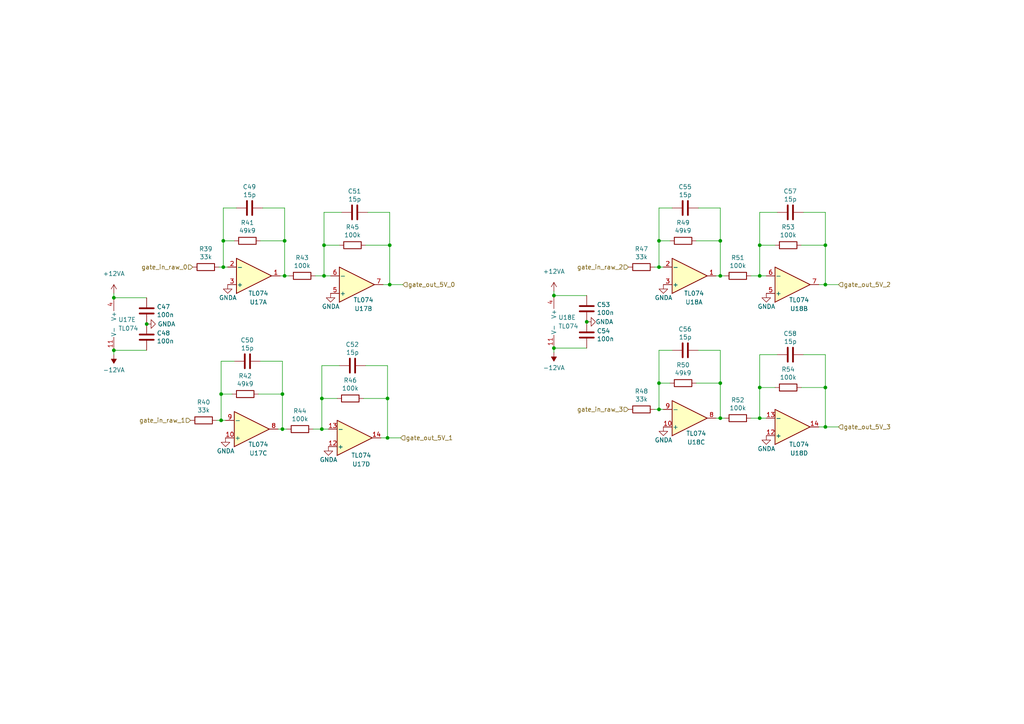
<source format=kicad_sch>
(kicad_sch (version 20211123) (generator eeschema)
  (paper "A4")
  (lib_symbols
    (symbol "Amplifier_Operational:TL074" (pin_names (offset 0.127))
      (property "Reference" "U" (at 0 5.08 0))
      (property "Value" "TL074" (at 0 -5.08 0))
      (symbol "TL074_1_1"
        (polyline (pts (xy -5.08 5.08) (xy 5.08 0) (xy -5.08 -5.08) (xy -5.08 5.08)) (stroke (width 0.254)) (fill (type background)))
        (pin output line (at 7.62 0 180) (length 2.54) (name "~") (number "1"))
        (pin input line (at -7.62 -2.54 0) (length 2.54) (name "-") (number "2"))
        (pin input line (at -7.62 2.54 0) (length 2.54) (name "+") (number "3"))
      )
      (symbol "TL074_2_1"
        (polyline (pts (xy -5.08 5.08) (xy 5.08 0) (xy -5.08 -5.08) (xy -5.08 5.08)) (stroke (width 0.254)) (fill (type background)))
        (pin input line (at -7.62 2.54 0) (length 2.54) (name "+") (number "5"))
        (pin input line (at -7.62 -2.54 0) (length 2.54) (name "-") (number "6"))
        (pin output line (at 7.62 0 180) (length 2.54) (name "~") (number "7"))
      )
      (symbol "TL074_3_1"
        (polyline (pts (xy -5.08 5.08) (xy 5.08 0) (xy -5.08 -5.08) (xy -5.08 5.08)) (stroke (width 0.254)) (fill (type background)))
        (pin input line (at -7.62 2.54 0) (length 2.54) (name "+") (number "10"))
        (pin output line (at 7.62 0 180) (length 2.54) (name "~") (number "8"))
        (pin input line (at -7.62 -2.54 0) (length 2.54) (name "-") (number "9"))
      )
      (symbol "TL074_4_1"
        (polyline (pts (xy -5.08 5.08) (xy 5.08 0) (xy -5.08 -5.08) (xy -5.08 5.08)) (stroke (width 0.254)) (fill (type background)))
        (pin input line (at -7.62 2.54 0) (length 2.54) (name "+") (number "12"))
        (pin input line (at -7.62 -2.54 0) (length 2.54) (name "-") (number "13"))
        (pin output line (at 7.62 0 180) (length 2.54) (name "~") (number "14"))
      )
      (symbol "TL074_5_1"
        (pin power_in line (at -2.54 -7.62 90) (length 3.81) (name "V-") (number "11"))
        (pin power_in line (at -2.54 7.62 270) (length 3.81) (name "V+") (number "4"))
      )
    )
    (symbol "Device:C" (pin_numbers hide) (pin_names (offset 0.254))
      (property "Reference" "C" (at 0.635 2.54 0))
      (property "Value" "C" (at 0.635 -2.54 0))
      (symbol "C_0_1"
        (polyline (pts (xy -2.032 -0.762) (xy 2.032 -0.762)) (stroke (width 0.508)))
        (polyline (pts (xy -2.032 0.762) (xy 2.032 0.762)) (stroke (width 0.508)))
      )
      (symbol "C_1_1"
        (pin passive line (at 0 3.81 270) (length 2.794) (name "~") (number "1"))
        (pin passive line (at 0 -3.81 90) (length 2.794) (name "~") (number "2"))
      )
    )
    (symbol "Device:R" (pin_numbers hide) (pin_names (offset 0))
      (property "Reference" "R" (at 2.032 0 90))
      (property "Value" "R" (at 0 0 90))
      (symbol "R_0_1"
        (rectangle (start -1.016 -2.54) (end 1.016 2.54) (stroke (width 0.254)))
      )
      (symbol "R_1_1"
        (pin passive line (at 0 3.81 270) (length 1.27) (name "~") (number "1"))
        (pin passive line (at 0 -3.81 90) (length 1.27) (name "~") (number "2"))
      )
    )
    (symbol "power:+12VA" (power) (pin_names (offset 0))
      (property "Value" "+12VA" (at 0 3.556 0))
      (symbol "+12VA_0_1"
        (polyline (pts (xy -0.762 1.27) (xy 0 2.54)))
        (polyline (pts (xy 0 0) (xy 0 2.54)))
        (polyline (pts (xy 0 2.54) (xy 0.762 1.27)))
      )
      (symbol "+12VA_1_1"
        (pin power_in line (at 0 0 90) (length 0) hide (name "+12VA") (number "1"))
      )
    )
    (symbol "power:-12VA" (power) (pin_names (offset 0))
      (property "Value" "-12VA" (at 0 3.556 0))
      (symbol "-12VA_0_0"
        (pin power_in line (at 0 0 90) (length 0) hide (name "-12VA") (number "1"))
      )
      (symbol "-12VA_0_1"
        (polyline (pts (xy 0 0) (xy 0 1.27) (xy 0.762 1.27) (xy 0 2.54) (xy -0.762 1.27) (xy 0 1.27)) (fill (type outline)))
      )
    )
    (symbol "power:GNDA" (power) (pin_names (offset 0))
      (property "Value" "GNDA" (at 0 -3.81 0))
      (symbol "GNDA_0_1"
        (polyline (pts (xy 0 0) (xy 0 -1.27) (xy 1.27 -1.27) (xy 0 -2.54) (xy -1.27 -1.27) (xy 0 -1.27)))
      )
      (symbol "GNDA_1_1"
        (pin power_in line (at 0 0 270) (length 0) hide (name "GNDA") (number "1"))
      )
    )
  )
  (junction (at 220.345 71.12))
  (junction (at 220.345 112.395))
  (junction (at 220.345 121.285))
  (junction (at 191.135 69.85))
  (junction (at 112.395 127))
  (junction (at 93.345 124.46))
  (junction (at 113.03 82.55))
  (junction (at 160.655 100.965))
  (junction (at 239.395 112.395))
  (junction (at 81.915 124.46))
  (junction (at 208.915 121.285))
  (junction (at 64.135 114.3))
  (junction (at 93.345 115.57))
  (junction (at 239.395 82.55))
  (junction (at 239.395 123.825))
  (junction (at 82.55 69.85))
  (junction (at 33.02 101.6))
  (junction (at 64.77 69.85))
  (junction (at 81.915 114.3))
  (junction (at 208.915 69.85))
  (junction (at 93.98 71.12))
  (junction (at 239.395 71.12))
  (junction (at 208.915 111.125))
  (junction (at 33.02 86.36))
  (junction (at 82.55 80.01))
  (junction (at 93.98 80.01))
  (junction (at 113.03 71.12))
  (junction (at 191.135 111.125))
  (junction (at 64.77 77.47))
  (junction (at 64.135 121.92))
  (junction (at 208.915 80.01))
  (junction (at 191.135 77.47))
  (junction (at 112.395 115.57))
  (junction (at 42.545 93.98))
  (junction (at 170.18 93.345))
  (junction (at 220.345 80.01))
  (junction (at 191.135 118.745))
  (junction (at 160.655 85.725))
  (wire (pts (xy 62.865 121.92) (xy 64.135 121.92)))
  (wire (pts (xy 208.915 60.325) (xy 208.915 69.85)))
  (wire (pts (xy 64.135 121.92) (xy 65.405 121.92)))
  (wire (pts (xy 194.945 101.6) (xy 191.135 101.6)))
  (wire (pts (xy 81.915 124.46) (xy 83.185 124.46)))
  (wire (pts (xy 208.915 121.285) (xy 207.645 121.285)))
  (wire (pts (xy 93.345 106.045) (xy 93.345 115.57)))
  (wire (pts (xy 191.135 101.6) (xy 191.135 111.125)))
  (wire (pts (xy 170.18 100.965) (xy 160.655 100.965)))
  (wire (pts (xy 81.915 114.3) (xy 81.915 124.46)))
  (wire (pts (xy 82.55 60.325) (xy 82.55 69.85)))
  (wire (pts (xy 93.345 115.57) (xy 97.79 115.57)))
  (wire (pts (xy 106.68 61.595) (xy 113.03 61.595)))
  (wire (pts (xy 208.915 121.285) (xy 210.185 121.285)))
  (wire (pts (xy 93.98 71.12) (xy 98.425 71.12)))
  (wire (pts (xy 189.865 77.47) (xy 191.135 77.47)))
  (wire (pts (xy 64.77 77.47) (xy 64.77 69.85)))
  (wire (pts (xy 239.395 102.87) (xy 239.395 112.395)))
  (wire (pts (xy 225.425 61.595) (xy 220.345 61.595)))
  (wire (pts (xy 105.41 115.57) (xy 112.395 115.57)))
  (wire (pts (xy 75.565 104.775) (xy 81.915 104.775)))
  (wire (pts (xy 33.02 85.09) (xy 33.02 86.36)))
  (wire (pts (xy 220.345 102.87) (xy 220.345 112.395)))
  (wire (pts (xy 220.345 112.395) (xy 224.79 112.395)))
  (wire (pts (xy 208.915 80.01) (xy 207.645 80.01)))
  (wire (pts (xy 106.045 71.12) (xy 113.03 71.12)))
  (wire (pts (xy 208.915 111.125) (xy 208.915 121.285)))
  (wire (pts (xy 82.55 69.85) (xy 82.55 80.01)))
  (wire (pts (xy 220.345 71.12) (xy 220.345 80.01)))
  (wire (pts (xy 191.135 77.47) (xy 191.135 69.85)))
  (wire (pts (xy 220.345 71.12) (xy 224.79 71.12)))
  (wire (pts (xy 233.045 102.87) (xy 239.395 102.87)))
  (wire (pts (xy 220.345 121.285) (xy 222.25 121.285)))
  (wire (pts (xy 232.41 71.12) (xy 239.395 71.12)))
  (wire (pts (xy 239.395 112.395) (xy 239.395 123.825)))
  (wire (pts (xy 93.98 61.595) (xy 93.98 71.12)))
  (wire (pts (xy 113.03 61.595) (xy 113.03 71.12)))
  (wire (pts (xy 239.395 123.825) (xy 243.205 123.825)))
  (wire (pts (xy 64.77 60.325) (xy 64.77 69.85)))
  (wire (pts (xy 33.02 102.87) (xy 33.02 101.6)))
  (wire (pts (xy 91.44 80.01) (xy 93.98 80.01)))
  (wire (pts (xy 74.93 114.3) (xy 81.915 114.3)))
  (wire (pts (xy 112.395 127) (xy 110.49 127)))
  (wire (pts (xy 191.135 69.85) (xy 194.31 69.85)))
  (wire (pts (xy 76.2 60.325) (xy 82.55 60.325)))
  (wire (pts (xy 208.915 101.6) (xy 208.915 111.125)))
  (wire (pts (xy 202.565 101.6) (xy 208.915 101.6)))
  (wire (pts (xy 113.03 82.55) (xy 116.84 82.55)))
  (wire (pts (xy 239.395 71.12) (xy 239.395 82.55)))
  (wire (pts (xy 220.345 61.595) (xy 220.345 71.12)))
  (wire (pts (xy 93.345 115.57) (xy 93.345 124.46)))
  (wire (pts (xy 112.395 127) (xy 116.205 127)))
  (wire (pts (xy 112.395 106.045) (xy 112.395 115.57)))
  (wire (pts (xy 64.77 69.85) (xy 67.945 69.85)))
  (wire (pts (xy 81.915 124.46) (xy 80.645 124.46)))
  (wire (pts (xy 160.655 102.235) (xy 160.655 100.965)))
  (wire (pts (xy 217.805 80.01) (xy 220.345 80.01)))
  (wire (pts (xy 201.93 111.125) (xy 208.915 111.125)))
  (wire (pts (xy 93.98 71.12) (xy 93.98 80.01)))
  (wire (pts (xy 64.135 104.775) (xy 64.135 114.3)))
  (wire (pts (xy 191.135 118.745) (xy 191.135 111.125)))
  (wire (pts (xy 113.03 82.55) (xy 111.125 82.55)))
  (wire (pts (xy 42.545 101.6) (xy 33.02 101.6)))
  (wire (pts (xy 64.77 77.47) (xy 66.04 77.47)))
  (wire (pts (xy 68.58 60.325) (xy 64.77 60.325)))
  (wire (pts (xy 64.135 121.92) (xy 64.135 114.3)))
  (wire (pts (xy 191.135 60.325) (xy 191.135 69.85)))
  (wire (pts (xy 220.345 112.395) (xy 220.345 121.285)))
  (wire (pts (xy 75.565 69.85) (xy 82.55 69.85)))
  (wire (pts (xy 90.805 124.46) (xy 93.345 124.46)))
  (wire (pts (xy 81.915 104.775) (xy 81.915 114.3)))
  (wire (pts (xy 63.5 77.47) (xy 64.77 77.47)))
  (wire (pts (xy 191.135 77.47) (xy 192.405 77.47)))
  (wire (pts (xy 93.345 124.46) (xy 95.25 124.46)))
  (wire (pts (xy 208.915 69.85) (xy 208.915 80.01)))
  (wire (pts (xy 67.945 104.775) (xy 64.135 104.775)))
  (wire (pts (xy 239.395 82.55) (xy 237.49 82.55)))
  (wire (pts (xy 99.06 61.595) (xy 93.98 61.595)))
  (wire (pts (xy 106.045 106.045) (xy 112.395 106.045)))
  (wire (pts (xy 239.395 82.55) (xy 243.205 82.55)))
  (wire (pts (xy 233.045 61.595) (xy 239.395 61.595)))
  (wire (pts (xy 217.805 121.285) (xy 220.345 121.285)))
  (wire (pts (xy 33.02 86.36) (xy 42.545 86.36)))
  (wire (pts (xy 112.395 115.57) (xy 112.395 127)))
  (wire (pts (xy 194.945 60.325) (xy 191.135 60.325)))
  (wire (pts (xy 239.395 61.595) (xy 239.395 71.12)))
  (wire (pts (xy 225.425 102.87) (xy 220.345 102.87)))
  (wire (pts (xy 98.425 106.045) (xy 93.345 106.045)))
  (wire (pts (xy 82.55 80.01) (xy 81.28 80.01)))
  (wire (pts (xy 82.55 80.01) (xy 83.82 80.01)))
  (wire (pts (xy 208.915 80.01) (xy 210.185 80.01)))
  (wire (pts (xy 232.41 112.395) (xy 239.395 112.395)))
  (wire (pts (xy 189.865 118.745) (xy 191.135 118.745)))
  (wire (pts (xy 191.135 118.745) (xy 192.405 118.745)))
  (wire (pts (xy 191.135 111.125) (xy 194.31 111.125)))
  (wire (pts (xy 201.93 69.85) (xy 208.915 69.85)))
  (wire (pts (xy 160.655 84.455) (xy 160.655 85.725)))
  (wire (pts (xy 239.395 123.825) (xy 237.49 123.825)))
  (wire (pts (xy 220.345 80.01) (xy 222.25 80.01)))
  (wire (pts (xy 64.135 114.3) (xy 67.31 114.3)))
  (wire (pts (xy 93.98 80.01) (xy 95.885 80.01)))
  (wire (pts (xy 202.565 60.325) (xy 208.915 60.325)))
  (wire (pts (xy 113.03 71.12) (xy 113.03 82.55)))
  (wire (pts (xy 160.655 85.725) (xy 170.18 85.725)))
  (hierarchical_label "gate_out_5V_2" (shape input) (at 243.205 82.55 0))
  (hierarchical_label "gate_out_5V_0" (shape input) (at 116.84 82.55 0))
  (hierarchical_label "gate_in_raw_3" (shape input) (at 182.245 118.745 180))
  (hierarchical_label "gate_in_raw_1" (shape input) (at 55.245 121.92 180))
  (hierarchical_label "gate_out_5V_3" (shape input) (at 243.205 123.825 0))
  (hierarchical_label "gate_in_raw_0" (shape input) (at 55.88 77.47 180))
  (hierarchical_label "gate_in_raw_2" (shape input) (at 182.245 77.47 180))
  (hierarchical_label "gate_out_5V_1" (shape input) (at 116.205 127 0))
  (symbol (lib_id "Device:C") (at 229.235 61.595 90) (unit 1)
    (property "Reference" "C57" (at 231.14 55.4736 90) (effects (justify left)))
    (property "Value" "15p" (at 231.14 57.785 90) (effects (justify left)))
    (property "Footprint" "Capacitor_SMD:C_0603_1608Metric" (effects hide))
    (property "LCSC" "C14663" (effects hide))
  )
  (symbol (lib_id "Device:C") (at 198.755 101.6 90) (unit 1)
    (property "Reference" "C56" (at 200.66 95.4786 90) (effects (justify left)))
    (property "Value" "15p" (at 200.66 97.79 90) (effects (justify left)))
    (property "Footprint" "Capacitor_SMD:C_0603_1608Metric" (effects hide))
    (property "LCSC" "C14663" (effects hide))
  )
  (symbol (lib_id "Device:R") (at 102.235 71.12 270) (unit 1)
    (property "Reference" "R45" (at 102.235 65.8622 90))
    (property "Value" "100k" (at 102.235 68.1736 90))
    (property "Footprint" "Resistor_SMD:R_0603_1608Metric" (effects hide))
    (property "LCSC" "C25804" (effects hide))
  )
  (symbol (lib_id "Device:R") (at 87.63 80.01 270) (unit 1)
    (property "Reference" "R43" (at 87.63 74.7522 90))
    (property "Value" "100k" (at 87.63 77.0636 90))
    (property "Footprint" "Resistor_SMD:R_0603_1608Metric" (effects hide))
    (property "LCSC" "C25804" (effects hide))
  )
  (symbol (lib_id "power:GNDA") (at 65.405 127 0) (mirror y) (unit 1)
    (property "Reference" "#PWR0145" (effects hide))
    (property "Value" "GNDA" (at 62.865 130.81 0) (effects (justify right)))
  )
  (symbol (lib_id "Amplifier_Operational:TL074") (at 73.66 80.01 0) (mirror x) (unit 1)
    (property "Reference" "U17" (at 74.93 87.63 0))
    (property "Value" "TL074" (at 74.93 85.09 0))
    (property "Footprint" "TL074HIDYYR:SOP50P326X110-14N" (effects hide))
    (property "Datasheet" "http://www.ti.com/lit/ds/symlink/tl071.pdf" (effects hide))
  )
  (symbol (lib_id "Device:R") (at 101.6 115.57 270) (unit 1)
    (property "Reference" "R46" (at 101.6 110.3122 90))
    (property "Value" "100k" (at 101.6 112.6236 90))
    (property "Footprint" "Resistor_SMD:R_0603_1608Metric" (effects hide))
    (property "LCSC" "C25804" (effects hide))
  )
  (symbol (lib_id "Device:R") (at 71.755 69.85 270) (unit 1)
    (property "Reference" "R41" (at 71.755 64.5922 90))
    (property "Value" "49k9" (at 71.755 66.9036 90))
    (property "Footprint" "Resistor_SMD:R_0603_1608Metric" (effects hide))
    (property "LCSC" "C25804" (effects hide))
  )
  (symbol (lib_id "Device:R") (at 213.995 121.285 270) (unit 1)
    (property "Reference" "R52" (at 213.995 116.0272 90))
    (property "Value" "100k" (at 213.995 118.3386 90))
    (property "Footprint" "Resistor_SMD:R_0603_1608Metric" (effects hide))
    (property "LCSC" "C25804" (effects hide))
  )
  (symbol (lib_id "power:GNDA") (at 192.405 82.55 0) (mirror y) (unit 1)
    (property "Reference" "#PWR0150" (effects hide))
    (property "Value" "GNDA" (at 189.865 86.36 0) (effects (justify right)))
  )
  (symbol (lib_id "power:GNDA") (at 95.885 85.09 0) (mirror y) (unit 1)
    (property "Reference" "#PWR0147" (effects hide))
    (property "Value" "GNDA" (at 93.345 88.9 0) (effects (justify right)))
  )
  (symbol (lib_id "Device:R") (at 71.12 114.3 270) (unit 1)
    (property "Reference" "R42" (at 71.12 109.0422 90))
    (property "Value" "49k9" (at 71.12 111.3536 90))
    (property "Footprint" "Resistor_SMD:R_0603_1608Metric" (effects hide))
    (property "LCSC" "C25804" (effects hide))
  )
  (symbol (lib_id "power:GNDA") (at 42.545 93.98 90) (mirror x) (unit 1)
    (property "Reference" "#PWR0141" (effects hide))
    (property "Value" "GNDA" (at 45.72 93.98 90) (effects (justify right)))
  )
  (symbol (lib_id "power:GNDA") (at 170.18 93.345 90) (mirror x) (unit 1)
    (property "Reference" "#PWR0149" (effects hide))
    (property "Value" "GNDA" (at 172.72 93.345 90) (effects (justify right)))
  )
  (symbol (lib_id "power:GNDA") (at 66.04 82.55 0) (mirror y) (unit 1)
    (property "Reference" "#PWR0142" (effects hide))
    (property "Value" "GNDA" (at 63.5 86.36 0) (effects (justify right)))
  )
  (symbol (lib_id "Device:C") (at 72.39 60.325 90) (unit 1)
    (property "Reference" "C49" (at 74.295 54.2036 90) (effects (justify left)))
    (property "Value" "15p" (at 74.295 56.515 90) (effects (justify left)))
    (property "Footprint" "Capacitor_SMD:C_0603_1608Metric" (effects hide))
    (property "LCSC" "C14663" (effects hide))
  )
  (symbol (lib_id "Device:R") (at 86.995 124.46 270) (unit 1)
    (property "Reference" "R44" (at 86.995 119.2022 90))
    (property "Value" "100k" (at 86.995 121.5136 90))
    (property "Footprint" "Resistor_SMD:R_0603_1608Metric" (effects hide))
    (property "LCSC" "C25804" (effects hide))
  )
  (symbol (lib_id "power:-12VA") (at 160.655 102.235 0) (mirror x) (unit 1)
    (property "Reference" "#PWR0130" (effects hide))
    (property "Value" "-12VA" (at 160.655 106.68 0))
  )
  (symbol (lib_id "Amplifier_Operational:TL074") (at 229.87 82.55 0) (mirror x) (unit 2)
    (property "Reference" "U18" (at 231.775 89.535 0))
    (property "Value" "TL074" (at 231.775 86.995 0))
    (property "Footprint" "TL074HIDYYR:SOP50P326X110-14N" (effects hide))
    (property "Datasheet" "http://www.ti.com/lit/ds/symlink/tl071.pdf" (effects hide))
  )
  (symbol (lib_id "Amplifier_Operational:TL074") (at 229.87 123.825 0) (mirror x) (unit 4)
    (property "Reference" "U18" (at 231.775 131.445 0))
    (property "Value" "TL074" (at 231.775 128.905 0))
    (property "Footprint" "TL074HIDYYR:SOP50P326X110-14N" (effects hide))
    (property "Datasheet" "http://www.ti.com/lit/ds/symlink/tl071.pdf" (effects hide))
  )
  (symbol (lib_id "Amplifier_Operational:TL074") (at 73.025 124.46 0) (mirror x) (unit 3)
    (property "Reference" "U17" (at 74.93 131.445 0))
    (property "Value" "TL074" (at 74.93 128.905 0))
    (property "Footprint" "TL074HIDYYR:SOP50P326X110-14N" (effects hide))
    (property "Datasheet" "http://www.ti.com/lit/ds/symlink/tl071.pdf" (effects hide))
  )
  (symbol (lib_id "Device:C") (at 42.545 97.79 0) (unit 1)
    (property "Reference" "C48" (at 45.466 96.6216 0) (effects (justify left)))
    (property "Value" "100n" (at 45.466 98.933 0) (effects (justify left)))
    (property "Footprint" "Capacitor_SMD:C_0603_1608Metric" (effects hide))
    (property "LCSC" "C14663" (effects hide))
  )
  (symbol (lib_id "power:+12VA") (at 160.655 84.455 0) (unit 1)
    (property "Reference" "#PWR0129" (effects hide))
    (property "Value" "+12VA" (at 160.655 78.74 0))
  )
  (symbol (lib_id "Device:R") (at 59.055 121.92 270) (unit 1)
    (property "Reference" "R40" (at 59.055 116.6622 90))
    (property "Value" "33k" (at 59.055 118.9736 90))
    (property "Footprint" "Resistor_SMD:R_0603_1608Metric" (effects hide))
    (property "LCSC" "C25804" (effects hide))
  )
  (symbol (lib_id "power:GNDA") (at 222.25 85.09 0) (mirror y) (unit 1)
    (property "Reference" "#PWR0164" (effects hide))
    (property "Value" "GNDA" (at 219.71 88.9 0) (effects (justify right)))
  )
  (symbol (lib_id "power:+12VA") (at 33.02 85.09 0) (unit 1)
    (property "Reference" "#PWR0122" (effects hide))
    (property "Value" "+12VA" (at 33.02 79.375 0))
  )
  (symbol (lib_id "Device:R") (at 228.6 112.395 270) (unit 1)
    (property "Reference" "R54" (at 228.6 107.1372 90))
    (property "Value" "100k" (at 228.6 109.4486 90))
    (property "Footprint" "Resistor_SMD:R_0603_1608Metric" (effects hide))
    (property "LCSC" "C25804" (effects hide))
  )
  (symbol (lib_id "Device:R") (at 186.055 77.47 270) (unit 1)
    (property "Reference" "R47" (at 186.055 72.2122 90))
    (property "Value" "33k" (at 186.055 74.5236 90))
    (property "Footprint" "Resistor_SMD:R_0603_1608Metric" (effects hide))
    (property "LCSC" "C25804" (effects hide))
  )
  (symbol (lib_id "Device:R") (at 198.12 111.125 270) (unit 1)
    (property "Reference" "R50" (at 198.12 105.8672 90))
    (property "Value" "49k9" (at 198.12 108.1786 90))
    (property "Footprint" "Resistor_SMD:R_0603_1608Metric" (effects hide))
    (property "LCSC" "C25804" (effects hide))
  )
  (symbol (lib_id "power:-12VA") (at 33.02 102.87 0) (mirror x) (unit 1)
    (property "Reference" "#PWR0123" (effects hide))
    (property "Value" "-12VA" (at 33.02 107.315 0))
  )
  (symbol (lib_id "Device:R") (at 186.055 118.745 270) (unit 1)
    (property "Reference" "R48" (at 186.055 113.4872 90))
    (property "Value" "33k" (at 186.055 115.7986 90))
    (property "Footprint" "Resistor_SMD:R_0603_1608Metric" (effects hide))
    (property "LCSC" "C25804" (effects hide))
  )
  (symbol (lib_id "power:GNDA") (at 192.405 123.825 0) (mirror y) (unit 1)
    (property "Reference" "#PWR0162" (effects hide))
    (property "Value" "GNDA" (at 189.865 127.635 0) (effects (justify right)))
  )
  (symbol (lib_id "Device:C") (at 170.18 89.535 0) (unit 1)
    (property "Reference" "C53" (at 173.101 88.3666 0) (effects (justify left)))
    (property "Value" "100n" (at 173.101 90.678 0) (effects (justify left)))
    (property "Footprint" "Capacitor_SMD:C_0603_1608Metric" (effects hide))
    (property "LCSC" "C14663" (effects hide))
  )
  (symbol (lib_id "Device:C") (at 102.235 106.045 90) (unit 1)
    (property "Reference" "C52" (at 104.14 99.9236 90) (effects (justify left)))
    (property "Value" "15p" (at 104.14 102.235 90) (effects (justify left)))
    (property "Footprint" "Capacitor_SMD:C_0603_1608Metric" (effects hide))
    (property "LCSC" "C14663" (effects hide))
  )
  (symbol (lib_id "Device:R") (at 59.69 77.47 270) (unit 1)
    (property "Reference" "R39" (at 59.69 72.2122 90))
    (property "Value" "33k" (at 59.69 74.5236 90))
    (property "Footprint" "Resistor_SMD:R_0603_1608Metric" (effects hide))
    (property "LCSC" "C25804" (effects hide))
  )
  (symbol (lib_id "power:GNDA") (at 95.25 129.54 0) (mirror y) (unit 1)
    (property "Reference" "#PWR0148" (effects hide))
    (property "Value" "GNDA" (at 92.71 133.35 0) (effects (justify right)))
  )
  (symbol (lib_id "Device:C") (at 102.87 61.595 90) (unit 1)
    (property "Reference" "C51" (at 104.775 55.4736 90) (effects (justify left)))
    (property "Value" "15p" (at 104.775 57.785 90) (effects (justify left)))
    (property "Footprint" "Capacitor_SMD:C_0603_1608Metric" (effects hide))
    (property "LCSC" "C14663" (effects hide))
  )
  (symbol (lib_id "Device:R") (at 213.995 80.01 270) (unit 1)
    (property "Reference" "R51" (at 213.995 74.7522 90))
    (property "Value" "100k" (at 213.995 77.0636 90))
    (property "Footprint" "Resistor_SMD:R_0603_1608Metric" (effects hide))
    (property "LCSC" "C25804" (effects hide))
  )
  (symbol (lib_id "Device:C") (at 170.18 97.155 0) (unit 1)
    (property "Reference" "C54" (at 173.101 95.9866 0) (effects (justify left)))
    (property "Value" "100n" (at 173.101 98.298 0) (effects (justify left)))
    (property "Footprint" "Capacitor_SMD:C_0603_1608Metric" (effects hide))
    (property "LCSC" "C14663" (effects hide))
  )
  (symbol (lib_id "Amplifier_Operational:TL074") (at 200.025 80.01 0) (mirror x) (unit 1)
    (property "Reference" "U18" (at 201.295 87.63 0))
    (property "Value" "TL074" (at 201.295 85.09 0))
    (property "Footprint" "TL074HIDYYR:SOP50P326X110-14N" (effects hide))
    (property "Datasheet" "http://www.ti.com/lit/ds/symlink/tl071.pdf" (effects hide))
  )
  (symbol (lib_id "Device:R") (at 228.6 71.12 270) (unit 1)
    (property "Reference" "R53" (at 228.6 65.8622 90))
    (property "Value" "100k" (at 228.6 68.1736 90))
    (property "Footprint" "Resistor_SMD:R_0603_1608Metric" (effects hide))
    (property "LCSC" "C25804" (effects hide))
  )
  (symbol (lib_id "Device:C") (at 71.755 104.775 90) (unit 1)
    (property "Reference" "C50" (at 73.66 98.6536 90) (effects (justify left)))
    (property "Value" "15p" (at 73.66 100.965 90) (effects (justify left)))
    (property "Footprint" "Capacitor_SMD:C_0603_1608Metric" (effects hide))
    (property "LCSC" "C14663" (effects hide))
  )
  (symbol (lib_id "Amplifier_Operational:TL074") (at 200.025 121.285 0) (mirror x) (unit 3)
    (property "Reference" "U18" (at 201.93 128.27 0))
    (property "Value" "TL074" (at 201.93 125.73 0))
    (property "Footprint" "TL074HIDYYR:SOP50P326X110-14N" (effects hide))
    (property "Datasheet" "http://www.ti.com/lit/ds/symlink/tl071.pdf" (effects hide))
  )
  (symbol (lib_id "Device:R") (at 198.12 69.85 270) (unit 1)
    (property "Reference" "R49" (at 198.12 64.5922 90))
    (property "Value" "49k9" (at 198.12 66.9036 90))
    (property "Footprint" "Resistor_SMD:R_0603_1608Metric" (effects hide))
    (property "LCSC" "C25804" (effects hide))
  )
  (symbol (lib_id "Device:C") (at 229.235 102.87 90) (unit 1)
    (property "Reference" "C58" (at 231.14 96.7486 90) (effects (justify left)))
    (property "Value" "15p" (at 231.14 99.06 90) (effects (justify left)))
    (property "Footprint" "Capacitor_SMD:C_0603_1608Metric" (effects hide))
    (property "LCSC" "C14663" (effects hide))
  )
  (symbol (lib_id "Amplifier_Operational:TL074") (at 35.56 93.98 0) (unit 5)
    (property "Reference" "U17" (at 34.29 92.7099 0) (effects (justify left)))
    (property "Value" "TL074" (at 34.29 95.2499 0) (effects (justify left)))
    (property "Footprint" "TL074HIDYYR:SOP50P326X110-14N" (effects hide))
    (property "Datasheet" "http://www.ti.com/lit/ds/symlink/tl071.pdf" (effects hide))
  )
  (symbol (lib_id "Device:C") (at 198.755 60.325 90) (unit 1)
    (property "Reference" "C55" (at 200.66 54.2036 90) (effects (justify left)))
    (property "Value" "15p" (at 200.66 56.515 90) (effects (justify left)))
    (property "Footprint" "Capacitor_SMD:C_0603_1608Metric" (effects hide))
    (property "LCSC" "C14663" (effects hide))
  )
  (symbol (lib_id "Amplifier_Operational:TL074") (at 102.87 127 0) (mirror x) (unit 4)
    (property "Reference" "U17" (at 104.775 134.62 0))
    (property "Value" "TL074" (at 104.775 132.08 0))
    (property "Footprint" "TL074HIDYYR:SOP50P326X110-14N" (effects hide))
    (property "Datasheet" "http://www.ti.com/lit/ds/symlink/tl071.pdf" (effects hide))
  )
  (symbol (lib_id "Amplifier_Operational:TL074") (at 103.505 82.55 0) (mirror x) (unit 2)
    (property "Reference" "U17" (at 105.41 89.535 0))
    (property "Value" "TL074" (at 105.41 86.995 0))
    (property "Footprint" "TL074HIDYYR:SOP50P326X110-14N" (effects hide))
    (property "Datasheet" "http://www.ti.com/lit/ds/symlink/tl071.pdf" (effects hide))
  )
  (symbol (lib_id "Amplifier_Operational:TL074") (at 163.195 93.345 0) (unit 5)
    (property "Reference" "U18" (at 161.925 92.0749 0) (effects (justify left)))
    (property "Value" "TL074" (at 161.925 94.6149 0) (effects (justify left)))
    (property "Footprint" "TL074HIDYYR:SOP50P326X110-14N" (effects hide))
    (property "Datasheet" "http://www.ti.com/lit/ds/symlink/tl071.pdf" (effects hide))
  )
  (symbol (lib_id "Device:C") (at 42.545 90.17 0) (unit 1)
    (property "Reference" "C47" (at 45.466 89.0016 0) (effects (justify left)))
    (property "Value" "100n" (at 45.466 91.313 0) (effects (justify left)))
    (property "Footprint" "Capacitor_SMD:C_0603_1608Metric" (effects hide))
    (property "LCSC" "C14663" (effects hide))
  )
  (symbol (lib_id "power:GNDA") (at 222.25 126.365 0) (mirror y) (unit 1)
    (property "Reference" "#PWR0165" (effects hide))
    (property "Value" "GNDA" (at 219.71 130.175 0) (effects (justify right)))
  )
)
</source>
